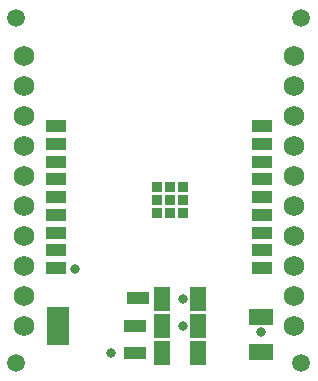
<source format=gts>
G04*
G04 #@! TF.GenerationSoftware,Altium Limited,Altium Designer,24.0.1 (36)*
G04*
G04 Layer_Color=8388736*
%FSLAX44Y44*%
%MOMM*%
G71*
G04*
G04 #@! TF.SameCoordinates,679F6686-0656-46BC-BDB5-5FE1FF963507*
G04*
G04*
G04 #@! TF.FilePolarity,Negative*
G04*
G01*
G75*
%ADD13C,1.5000*%
%ADD20R,0.9032X0.9032*%
%ADD21R,1.7032X1.1032*%
%ADD22R,2.0066X1.3208*%
%ADD23R,1.3208X2.0066*%
%ADD24R,1.9032X1.0414*%
%ADD25R,1.9032X3.3020*%
%ADD26C,1.7272*%
%ADD27C,0.8382*%
D13*
X-6350Y-31750D02*
D03*
X234950D02*
D03*
X-6350Y260350D02*
D03*
X234950D02*
D03*
D20*
X112900Y95700D02*
D03*
X123900D02*
D03*
X134900D02*
D03*
Y117700D02*
D03*
X123900D02*
D03*
X112900D02*
D03*
Y106700D02*
D03*
X134900D02*
D03*
X123900D02*
D03*
D21*
X201800Y168700D02*
D03*
Y153700D02*
D03*
Y138700D02*
D03*
Y123700D02*
D03*
Y108700D02*
D03*
Y93700D02*
D03*
Y78700D02*
D03*
Y63700D02*
D03*
Y48700D02*
D03*
X26800D02*
D03*
Y63700D02*
D03*
Y78700D02*
D03*
Y93700D02*
D03*
Y108700D02*
D03*
Y123700D02*
D03*
Y138700D02*
D03*
Y153700D02*
D03*
Y168700D02*
D03*
D22*
X200660Y7366D02*
D03*
Y-22606D02*
D03*
D23*
X117094Y-22860D02*
D03*
X147066D02*
D03*
X117094Y0D02*
D03*
X147066D02*
D03*
X117094Y22860D02*
D03*
X147066D02*
D03*
D24*
X96710Y23114D02*
D03*
X94210Y0D02*
D03*
Y-23114D02*
D03*
D25*
X29210Y0D02*
D03*
D26*
X228600Y228600D02*
D03*
Y203200D02*
D03*
Y177800D02*
D03*
Y152400D02*
D03*
Y127000D02*
D03*
Y101600D02*
D03*
Y76200D02*
D03*
Y50800D02*
D03*
Y25400D02*
D03*
Y0D02*
D03*
X0Y228600D02*
D03*
Y203200D02*
D03*
Y177800D02*
D03*
Y152400D02*
D03*
Y127000D02*
D03*
Y101600D02*
D03*
Y76200D02*
D03*
Y50800D02*
D03*
Y25400D02*
D03*
Y0D02*
D03*
D27*
X43180Y48260D02*
D03*
X73660Y-22860D02*
D03*
X200660Y-5080D02*
D03*
X134620Y0D02*
D03*
Y22860D02*
D03*
M02*

</source>
